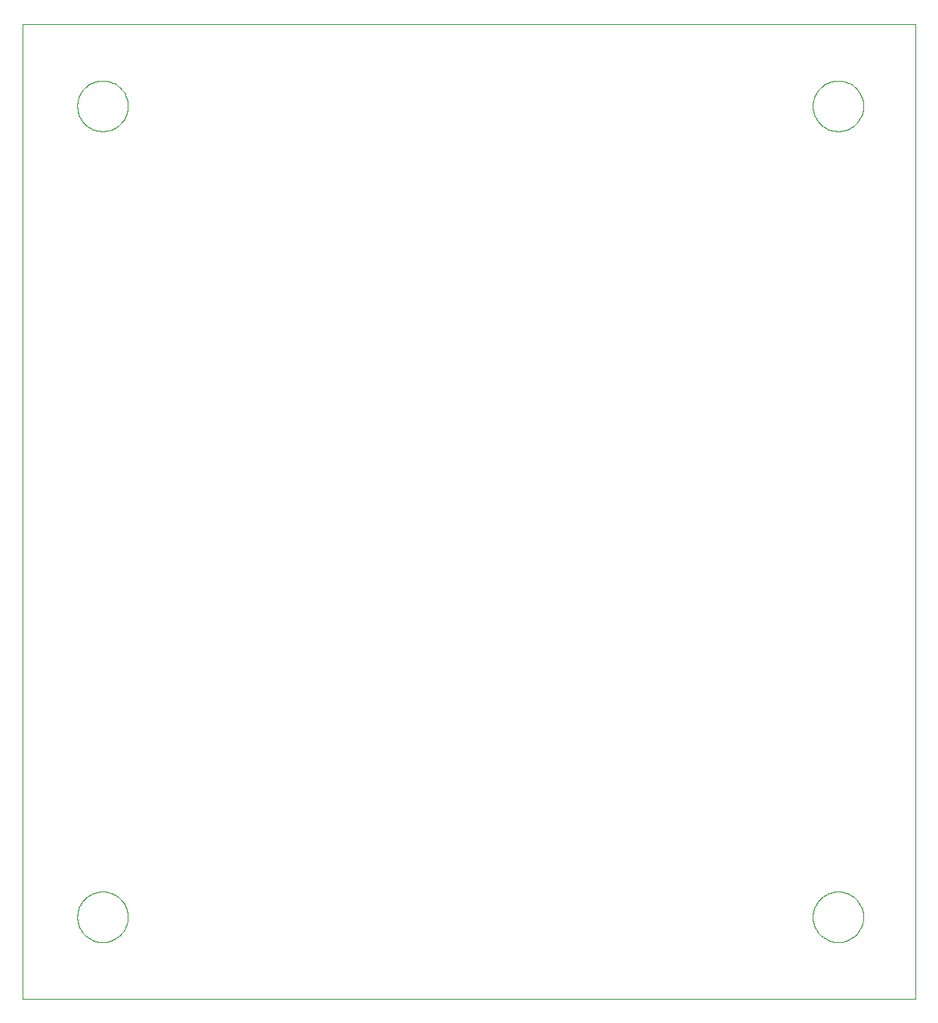
<source format=gm1>
G04 Output by ViewMate Deluxe V11.0.9  PentaLogix LLC*
G04 Sun Jun 14 09:42:27 2015*
%FSLAX33Y33*%
%MOMM*%
%IPPOS*%
%ADD108C,0.0*%

%LPD*%
X0Y0D2*D108*G1X86233Y9144D2*X86238Y8979D1*X86253Y8811*X86279Y8649*X86312Y8486*X86357Y8326*X86411Y8169*X86474Y8016*X86548Y7866*X86629Y7722*X86721Y7582*X86817Y7447*X86924Y7320*X87038Y7198*X87160Y7084*X87287Y6977*X87422Y6881*X87561Y6789*X87706Y6708*X87856Y6634*X88008Y6571*X88166Y6518*X88326Y6472*X88489Y6439*X88651Y6414*X88819Y6398*X88984Y6393*X89149Y6398*X89317Y6414*X89479Y6439*X89642Y6472*X89802Y6518*X89959Y6571*X90112Y6634*X90261Y6708*X90406Y6789*X90546Y6881*X90681Y6977*X90808Y7084*X90929Y7198*X91044Y7320*X91150Y7447*X91247Y7582*X91338Y7722*X91420Y7866*X91493Y8016*X91557Y8169*X91610Y8326*X91656Y8486*X91689Y8649*X91714Y8811*X91730Y8979*X91735Y9144*X91730Y9309*X91714Y9477*X91689Y9639*X91656Y9802*X91610Y9962*X91557Y10119*X91493Y10272*X91420Y10422*X91338Y10566*X91247Y10706*X91150Y10841*X91044Y10968*X90929Y11090*X90808Y11204*X90681Y11311*X90546Y11407*X90406Y11499*X90261Y11580*X90112Y11654*X89959Y11717*X89802Y11770*X89642Y11816*X89479Y11849*X89317Y11874*X89149Y11890*X88984Y11895*X88819Y11890*X88651Y11874*X88489Y11849*X88326Y11816*X88166Y11770*X88008Y11717*X87856Y11654*X87706Y11580*X87561Y11499*X87422Y11407*X87287Y11311*X87160Y11204*X87038Y11090*X86924Y10968*X86817Y10841*X86721Y10706*X86629Y10566*X86548Y10422*X86474Y10272*X86411Y10119*X86357Y9962*X86312Y9802*X86279Y9639*X86253Y9477*X86238Y9309*X86233Y9144*X86233Y97409D2*X86238Y97244D1*X86253Y97076*X86279Y96914*X86312Y96751*X86357Y96591*X86411Y96434*X86474Y96281*X86548Y96131*X86629Y95987*X86721Y95847*X86817Y95712*X86924Y95585*X87038Y95463*X87160Y95349*X87287Y95242*X87422Y95146*X87561Y95054*X87706Y94973*X87856Y94899*X88008Y94836*X88166Y94783*X88326Y94737*X88489Y94704*X88651Y94678*X88819Y94663*X88984Y94658*X89149Y94663*X89317Y94678*X89479Y94704*X89642Y94737*X89802Y94783*X89959Y94836*X90112Y94899*X90261Y94973*X90406Y95054*X90546Y95146*X90681Y95242*X90808Y95349*X90929Y95463*X91044Y95585*X91150Y95712*X91247Y95847*X91338Y95987*X91420Y96131*X91493Y96281*X91557Y96434*X91610Y96591*X91656Y96751*X91689Y96914*X91714Y97076*X91730Y97244*X91735Y97409*X91730Y97574*X91714Y97742*X91689Y97904*X91656Y98067*X91610Y98227*X91557Y98384*X91493Y98537*X91420Y98687*X91338Y98831*X91247Y98971*X91150Y99106*X91044Y99233*X90929Y99355*X90808Y99469*X90681Y99576*X90546Y99672*X90406Y99764*X90261Y99845*X90112Y99919*X89959Y99982*X89802Y100035*X89642Y100081*X89479Y100114*X89317Y100140*X89149Y100155*X88984Y100160*X88819Y100155*X88651Y100140*X88489Y100114*X88326Y100081*X88166Y100035*X88008Y99982*X87856Y99919*X87706Y99845*X87561Y99764*X87422Y99672*X87287Y99576*X87160Y99469*X87038Y99355*X86924Y99233*X86817Y99106*X86721Y98971*X86629Y98831*X86548Y98687*X86474Y98537*X86411Y98384*X86357Y98227*X86312Y98067*X86279Y97904*X86253Y97742*X86238Y97574*X86233Y97409*X6233Y97409D2*X6238Y97244D1*X6253Y97076*X6279Y96914*X6312Y96751*X6358Y96591*X6411Y96434*X6474Y96281*X6548Y96131*X6629Y95987*X6721Y95847*X6817Y95712*X6924Y95585*X7038Y95463*X7160Y95349*X7287Y95242*X7422Y95146*X7562Y95054*X7706Y94973*X7856Y94899*X8009Y94836*X8166Y94783*X8326Y94737*X8489Y94704*X8651Y94678*X8819Y94663*X8984Y94658*X9149Y94663*X9317Y94678*X9479Y94704*X9642Y94737*X9802Y94783*X9959Y94836*X10112Y94899*X10262Y94973*X10406Y95054*X10546Y95146*X10681Y95242*X10808Y95349*X10930Y95463*X11044Y95585*X11151Y95712*X11247Y95847*X11339Y95987*X11420Y96131*X11494Y96281*X11557Y96434*X11610Y96591*X11656Y96751*X11689Y96914*X11714Y97076*X11730Y97244*X11735Y97409*X11730Y97574*X11714Y97742*X11689Y97904*X11656Y98067*X11610Y98227*X11557Y98384*X11494Y98537*X11420Y98687*X11339Y98831*X11247Y98971*X11151Y99106*X11044Y99233*X10930Y99355*X10808Y99469*X10681Y99576*X10546Y99672*X10406Y99764*X10262Y99845*X10112Y99919*X9959Y99982*X9802Y100035*X9642Y100081*X9479Y100114*X9317Y100140*X9149Y100155*X8984Y100160*X8819Y100155*X8651Y100140*X8489Y100114*X8326Y100081*X8166Y100035*X8009Y99982*X7856Y99919*X7706Y99845*X7562Y99764*X7422Y99672*X7287Y99576*X7160Y99469*X7038Y99355*X6924Y99233*X6817Y99106*X6721Y98971*X6629Y98831*X6548Y98687*X6474Y98537*X6411Y98384*X6358Y98227*X6312Y98067*X6279Y97904*X6253Y97742*X6238Y97574*X6233Y97409*X6233Y9144D2*X6238Y8979D1*X6253Y8811*X6279Y8649*X6312Y8486*X6358Y8326*X6411Y8169*X6474Y8016*X6548Y7866*X6629Y7722*X6721Y7582*X6817Y7447*X6924Y7320*X7038Y7198*X7160Y7084*X7287Y6977*X7422Y6881*X7562Y6789*X7706Y6708*X7856Y6634*X8009Y6571*X8166Y6518*X8326Y6472*X8489Y6439*X8651Y6414*X8819Y6398*X8984Y6393*X9149Y6398*X9317Y6414*X9479Y6439*X9642Y6472*X9802Y6518*X9959Y6571*X10112Y6634*X10262Y6708*X10406Y6789*X10546Y6881*X10681Y6977*X10808Y7084*X10930Y7198*X11044Y7320*X11151Y7447*X11247Y7582*X11339Y7722*X11420Y7866*X11494Y8016*X11557Y8169*X11610Y8326*X11656Y8486*X11689Y8649*X11714Y8811*X11730Y8979*X11735Y9144*X11730Y9309*X11714Y9477*X11689Y9639*X11656Y9802*X11610Y9962*X11557Y10119*X11494Y10272*X11420Y10422*X11339Y10566*X11247Y10706*X11151Y10841*X11044Y10968*X10930Y11090*X10808Y11204*X10681Y11311*X10546Y11407*X10406Y11499*X10262Y11580*X10112Y11654*X9959Y11717*X9802Y11770*X9642Y11816*X9479Y11849*X9317Y11874*X9149Y11890*X8984Y11895*X8819Y11890*X8651Y11874*X8489Y11849*X8326Y11816*X8166Y11770*X8009Y11717*X7856Y11654*X7706Y11580*X7562Y11499*X7422Y11407*X7287Y11311*X7160Y11204*X7038Y11090*X6924Y10968*X6817Y10841*X6721Y10706*X6629Y10566*X6548Y10422*X6474Y10272*X6411Y10119*X6358Y9962*X6312Y9802*X6279Y9639*X6253Y9477*X6238Y9309*X6233Y9144*X254Y254D2*X254Y106299D1*X97409Y106299*X97409Y254*X254Y254*X0Y0D2*M02*
</source>
